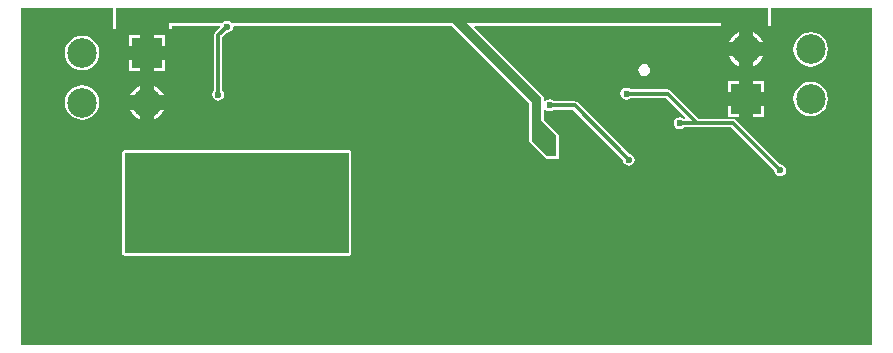
<source format=gbl>
G04*
G04 #@! TF.GenerationSoftware,Altium Limited,Altium Designer,19.1.6 (110)*
G04*
G04 Layer_Physical_Order=2*
G04 Layer_Color=16711680*
%FSLAX43Y43*%
%MOMM*%
G71*
G01*
G75*
%ADD51C,0.300*%
%ADD53C,2.500*%
%ADD54R,2.500X2.500*%
%ADD55C,0.600*%
%ADD56C,1.000*%
G36*
X122245Y50255D02*
X50255D01*
Y78745D01*
X58000D01*
Y77000D01*
X58250D01*
Y78745D01*
X113500D01*
Y77250D01*
X113750D01*
Y78745D01*
X122245D01*
Y50255D01*
D02*
G37*
%LPC*%
G36*
X112200Y76687D02*
Y75850D01*
X113037D01*
X112895Y76115D01*
X112701Y76351D01*
X112465Y76545D01*
X112200Y76687D01*
D02*
G37*
G36*
X111000Y76687D02*
X110735Y76545D01*
X110499Y76351D01*
X110305Y76115D01*
X110163Y75850D01*
X111000D01*
Y75984D01*
Y76687D01*
D02*
G37*
G36*
X62450Y76500D02*
X61500D01*
Y75550D01*
X62450D01*
Y76500D01*
D02*
G37*
G36*
X60300D02*
X59350D01*
Y75550D01*
X60300D01*
Y76500D01*
D02*
G37*
G36*
X113037Y74650D02*
X112200D01*
Y73813D01*
X112465Y73955D01*
X112701Y74149D01*
X112895Y74385D01*
X113037Y74650D01*
D02*
G37*
G36*
X111000D02*
X110163D01*
X110305Y74385D01*
X110499Y74149D01*
X110735Y73955D01*
X111000Y73813D01*
Y74650D01*
D02*
G37*
G36*
X117100Y76713D02*
X116721Y76663D01*
X116369Y76517D01*
X116066Y76284D01*
X115833Y75981D01*
X115687Y75629D01*
X115637Y75250D01*
X115687Y74871D01*
X115833Y74519D01*
X116066Y74216D01*
X116369Y73983D01*
X116721Y73837D01*
X117100Y73787D01*
X117479Y73837D01*
X117831Y73983D01*
X118134Y74216D01*
X118367Y74519D01*
X118513Y74871D01*
X118563Y75250D01*
X118513Y75629D01*
X118367Y75981D01*
X118134Y76284D01*
X117831Y76517D01*
X117479Y76663D01*
X117100Y76713D01*
D02*
G37*
G36*
X55400Y76413D02*
X55021Y76363D01*
X54669Y76217D01*
X54366Y75984D01*
X54133Y75681D01*
X53987Y75329D01*
X53937Y74950D01*
X53987Y74571D01*
X54133Y74219D01*
X54366Y73916D01*
X54669Y73683D01*
X55021Y73537D01*
X55400Y73487D01*
X55779Y73537D01*
X56131Y73683D01*
X56434Y73916D01*
X56667Y74219D01*
X56813Y74571D01*
X56863Y74950D01*
X56813Y75329D01*
X56667Y75681D01*
X56434Y75984D01*
X56131Y76217D01*
X55779Y76363D01*
X55400Y76413D01*
D02*
G37*
G36*
X62450Y74350D02*
X61500D01*
Y73400D01*
X62450D01*
Y74350D01*
D02*
G37*
G36*
X60300D02*
X59350D01*
Y73400D01*
X60300D01*
Y74350D01*
D02*
G37*
G36*
X103000Y74010D02*
X102805Y73971D01*
X102640Y73860D01*
X102529Y73695D01*
X102490Y73500D01*
X102529Y73305D01*
X102640Y73140D01*
X102805Y73029D01*
X103000Y72990D01*
X103195Y73029D01*
X103360Y73140D01*
X103471Y73305D01*
X103510Y73500D01*
X103471Y73695D01*
X103360Y73860D01*
X103195Y73971D01*
X103000Y74010D01*
D02*
G37*
G36*
X113150Y72600D02*
X112200D01*
Y71650D01*
X113150D01*
Y72600D01*
D02*
G37*
G36*
X111000D02*
X110050D01*
Y71650D01*
X111000D01*
Y72600D01*
D02*
G37*
G36*
X61500Y72187D02*
Y71350D01*
X62337D01*
X62195Y71615D01*
X62001Y71851D01*
X61765Y72045D01*
X61500Y72187D01*
D02*
G37*
G36*
X60300Y72187D02*
X60035Y72045D01*
X59799Y71851D01*
X59605Y71615D01*
X59463Y71350D01*
X60300D01*
Y72187D01*
D02*
G37*
G36*
X117100Y72513D02*
X116721Y72463D01*
X116369Y72317D01*
X116066Y72084D01*
X115833Y71781D01*
X115687Y71429D01*
X115637Y71050D01*
X115687Y70671D01*
X115833Y70319D01*
X116066Y70016D01*
X116369Y69783D01*
X116721Y69637D01*
X117100Y69587D01*
X117479Y69637D01*
X117831Y69783D01*
X118134Y70016D01*
X118367Y70319D01*
X118513Y70671D01*
X118563Y71050D01*
X118513Y71429D01*
X118367Y71781D01*
X118134Y72084D01*
X117831Y72317D01*
X117479Y72463D01*
X117100Y72513D01*
D02*
G37*
G36*
X113150Y70450D02*
X112200D01*
Y69500D01*
X113150D01*
Y70450D01*
D02*
G37*
G36*
X111000D02*
X110050D01*
Y69500D01*
X111000D01*
Y70450D01*
D02*
G37*
G36*
X101500Y72010D02*
X101305Y71971D01*
X101140Y71860D01*
X101029Y71695D01*
X100990Y71500D01*
X101029Y71305D01*
X101140Y71140D01*
X101305Y71029D01*
X101500Y70990D01*
X101695Y71029D01*
X101860Y71140D01*
X101863Y71143D01*
X104852D01*
X106490Y69505D01*
X106444Y69379D01*
X106355Y69364D01*
X106195Y69471D01*
X106000Y69510D01*
X105805Y69471D01*
X105640Y69360D01*
X105529Y69195D01*
X105490Y69000D01*
X105529Y68805D01*
X105640Y68640D01*
X105805Y68529D01*
X106000Y68490D01*
X106195Y68529D01*
X106360Y68640D01*
X106363Y68643D01*
X110352D01*
X113991Y65004D01*
X113990Y65000D01*
X114029Y64805D01*
X114140Y64640D01*
X114305Y64529D01*
X114500Y64490D01*
X114695Y64529D01*
X114860Y64640D01*
X114971Y64805D01*
X115010Y65000D01*
X114971Y65195D01*
X114860Y65360D01*
X114695Y65471D01*
X114500Y65510D01*
X114496Y65509D01*
X110752Y69252D01*
X110637Y69330D01*
X110500Y69357D01*
X107648D01*
X105252Y71752D01*
X105137Y71830D01*
X105000Y71857D01*
X101863D01*
X101860Y71860D01*
X101695Y71971D01*
X101500Y72010D01*
D02*
G37*
G36*
X60300Y70150D02*
X59463D01*
X59605Y69885D01*
X59799Y69649D01*
X60035Y69455D01*
X60300Y69313D01*
Y70150D01*
D02*
G37*
G36*
X62337D02*
X61500D01*
Y69313D01*
X61765Y69455D01*
X62001Y69649D01*
X62195Y69885D01*
X62337Y70150D01*
D02*
G37*
G36*
X55400Y72213D02*
X55021Y72163D01*
X54669Y72017D01*
X54366Y71784D01*
X54133Y71481D01*
X53987Y71129D01*
X53937Y70750D01*
X53987Y70371D01*
X54133Y70019D01*
X54366Y69716D01*
X54669Y69483D01*
X55021Y69337D01*
X55400Y69287D01*
X55779Y69337D01*
X56131Y69483D01*
X56434Y69716D01*
X56667Y70019D01*
X56813Y70371D01*
X56863Y70750D01*
X56813Y71129D01*
X56667Y71481D01*
X56434Y71784D01*
X56131Y72017D01*
X55779Y72163D01*
X55400Y72213D01*
D02*
G37*
G36*
X67675Y77685D02*
X67480Y77646D01*
X67315Y77535D01*
X67291Y77500D01*
X62750D01*
Y77000D01*
X63000D01*
Y77250D01*
X67066D01*
X67118Y77123D01*
X66673Y76677D01*
X66595Y76562D01*
X66568Y76425D01*
Y71788D01*
X66565Y71785D01*
X66454Y71620D01*
X66415Y71425D01*
X66454Y71230D01*
X66565Y71065D01*
X66730Y70954D01*
X66925Y70915D01*
X67120Y70954D01*
X67285Y71065D01*
X67396Y71230D01*
X67435Y71425D01*
X67396Y71620D01*
X67285Y71785D01*
X67282Y71788D01*
Y76277D01*
X67671Y76666D01*
X67675Y76665D01*
X67870Y76704D01*
X68035Y76815D01*
X68146Y76980D01*
X68185Y77175D01*
X68246Y77250D01*
X86750D01*
X93250Y70750D01*
Y67500D01*
X93250D01*
X94750Y66000D01*
X95750D01*
Y68000D01*
X94500Y69250D01*
Y70120D01*
X94627Y70158D01*
X94640Y70140D01*
X94805Y70029D01*
X95000Y69990D01*
X95195Y70029D01*
X95360Y70140D01*
X95363Y70143D01*
X96952D01*
X101191Y65904D01*
X101190Y65900D01*
X101229Y65705D01*
X101340Y65540D01*
X101505Y65429D01*
X101700Y65390D01*
X101895Y65429D01*
X102060Y65540D01*
X102171Y65705D01*
X102210Y65900D01*
X102171Y66095D01*
X102060Y66260D01*
X101895Y66371D01*
X101700Y66410D01*
X101696Y66409D01*
X97352Y70752D01*
X97237Y70830D01*
X97100Y70857D01*
X95363D01*
X95360Y70860D01*
X95195Y70971D01*
X95000Y71010D01*
X94805Y70971D01*
X94640Y70860D01*
X94627Y70842D01*
X94500Y70880D01*
Y71250D01*
X88627Y77123D01*
X88680Y77250D01*
X109500D01*
Y77500D01*
X88000D01*
X94250Y71250D01*
Y69250D01*
X95500Y68000D01*
Y66250D01*
X94750D01*
X93500Y67500D01*
Y70750D01*
X89500Y74750D01*
X89250Y75000D01*
X86750Y77500D01*
X68059D01*
X68035Y77535D01*
X67870Y77646D01*
X67675Y77685D01*
D02*
G37*
G36*
X78000Y66704D02*
X59000D01*
X58922Y66688D01*
X58856Y66644D01*
X58812Y66578D01*
X58796Y66500D01*
Y58000D01*
X58812Y57922D01*
X58856Y57856D01*
X58922Y57812D01*
X59000Y57796D01*
X78000D01*
X78078Y57812D01*
X78144Y57856D01*
X78188Y57922D01*
X78204Y58000D01*
Y66500D01*
X78188Y66578D01*
X78144Y66644D01*
X78078Y66688D01*
X78000Y66704D01*
D02*
G37*
%LPD*%
G36*
Y58000D02*
X59000D01*
Y66500D01*
X78000D01*
Y58000D01*
D02*
G37*
D51*
X107500Y69000D02*
X110500D01*
X106000D02*
X107500D01*
X105000Y71500D02*
X107500Y69000D01*
X101500Y71500D02*
X105000D01*
X110500Y69000D02*
X114500Y65000D01*
X97100Y70500D02*
X101700Y65900D01*
X95000Y70500D02*
X97100D01*
X66925Y76425D02*
X67675Y77175D01*
X66925Y71425D02*
Y76425D01*
D53*
X117100Y71050D02*
D03*
X117100Y75250D02*
D03*
X111600D02*
D03*
X55400Y74950D02*
D03*
X55400Y70750D02*
D03*
X60900D02*
D03*
D54*
X111600Y71050D02*
D03*
X60900Y74950D02*
D03*
D55*
X90000Y61500D02*
D03*
X95000Y60000D02*
D03*
X93000D02*
D03*
X91000D02*
D03*
X98000Y62750D02*
D03*
Y63750D02*
D03*
X99000Y62750D02*
D03*
Y63750D02*
D03*
X98000Y64500D02*
D03*
X99000D02*
D03*
X98000Y65250D02*
D03*
X99000D02*
D03*
Y66250D02*
D03*
X98000D02*
D03*
X120000Y66000D02*
D03*
Y64000D02*
D03*
Y62000D02*
D03*
Y60000D02*
D03*
Y58000D02*
D03*
Y56000D02*
D03*
Y54000D02*
D03*
Y52000D02*
D03*
X118000Y64000D02*
D03*
Y62000D02*
D03*
Y60000D02*
D03*
Y58000D02*
D03*
Y56000D02*
D03*
Y54000D02*
D03*
Y52000D02*
D03*
X116000Y54000D02*
D03*
Y52000D02*
D03*
X114000D02*
D03*
X112000D02*
D03*
X110000Y74000D02*
D03*
Y68000D02*
D03*
Y52000D02*
D03*
X108000Y76000D02*
D03*
Y74000D02*
D03*
Y72000D02*
D03*
Y70000D02*
D03*
Y68000D02*
D03*
Y52000D02*
D03*
X106000Y76000D02*
D03*
Y74000D02*
D03*
Y72000D02*
D03*
Y66000D02*
D03*
Y62000D02*
D03*
Y60000D02*
D03*
Y54000D02*
D03*
Y52000D02*
D03*
X104000Y76000D02*
D03*
Y74000D02*
D03*
Y54000D02*
D03*
Y52000D02*
D03*
X102000Y76000D02*
D03*
Y74000D02*
D03*
Y54000D02*
D03*
Y52000D02*
D03*
X100000Y76000D02*
D03*
Y74000D02*
D03*
Y72000D02*
D03*
Y70000D02*
D03*
Y54000D02*
D03*
Y52000D02*
D03*
X98000Y76000D02*
D03*
Y74000D02*
D03*
Y72000D02*
D03*
Y60000D02*
D03*
Y58000D02*
D03*
Y56000D02*
D03*
Y54000D02*
D03*
Y52000D02*
D03*
X96000Y76000D02*
D03*
Y74000D02*
D03*
Y72000D02*
D03*
Y60000D02*
D03*
Y58000D02*
D03*
Y56000D02*
D03*
Y54000D02*
D03*
Y52000D02*
D03*
X94000Y76000D02*
D03*
Y74000D02*
D03*
Y60000D02*
D03*
Y58000D02*
D03*
Y56000D02*
D03*
Y54000D02*
D03*
Y52000D02*
D03*
X92000Y76000D02*
D03*
Y70000D02*
D03*
Y68000D02*
D03*
Y60000D02*
D03*
Y58000D02*
D03*
Y56000D02*
D03*
Y54000D02*
D03*
Y52000D02*
D03*
X90000Y72000D02*
D03*
Y70000D02*
D03*
Y68000D02*
D03*
Y60000D02*
D03*
Y58000D02*
D03*
Y56000D02*
D03*
Y54000D02*
D03*
Y52000D02*
D03*
X88000Y74000D02*
D03*
Y72000D02*
D03*
Y70000D02*
D03*
Y68000D02*
D03*
Y62000D02*
D03*
Y60000D02*
D03*
Y58000D02*
D03*
Y56000D02*
D03*
Y54000D02*
D03*
Y52000D02*
D03*
X86000Y76000D02*
D03*
Y74000D02*
D03*
Y72000D02*
D03*
Y70000D02*
D03*
Y68000D02*
D03*
Y60000D02*
D03*
Y58000D02*
D03*
Y56000D02*
D03*
Y54000D02*
D03*
Y52000D02*
D03*
X84000Y76000D02*
D03*
Y74000D02*
D03*
Y72000D02*
D03*
Y70000D02*
D03*
Y68000D02*
D03*
Y58000D02*
D03*
X82000Y76000D02*
D03*
Y74000D02*
D03*
Y72000D02*
D03*
Y70000D02*
D03*
Y68000D02*
D03*
Y58000D02*
D03*
X80000Y76000D02*
D03*
Y74000D02*
D03*
Y72000D02*
D03*
Y70000D02*
D03*
Y68000D02*
D03*
Y58000D02*
D03*
Y56000D02*
D03*
Y54000D02*
D03*
Y52000D02*
D03*
X78000Y76000D02*
D03*
Y74000D02*
D03*
Y72000D02*
D03*
Y70000D02*
D03*
Y56000D02*
D03*
Y54000D02*
D03*
Y52000D02*
D03*
X76000Y76000D02*
D03*
Y74000D02*
D03*
Y72000D02*
D03*
Y70000D02*
D03*
Y56000D02*
D03*
Y54000D02*
D03*
Y52000D02*
D03*
X74000Y76000D02*
D03*
Y74000D02*
D03*
Y72000D02*
D03*
Y54000D02*
D03*
X72000Y76000D02*
D03*
Y74000D02*
D03*
Y72000D02*
D03*
Y54000D02*
D03*
X70000Y76000D02*
D03*
Y74000D02*
D03*
Y72000D02*
D03*
Y70000D02*
D03*
Y68000D02*
D03*
Y54000D02*
D03*
Y52000D02*
D03*
X68000Y76000D02*
D03*
Y74000D02*
D03*
Y72000D02*
D03*
Y70000D02*
D03*
Y68000D02*
D03*
Y54000D02*
D03*
Y52000D02*
D03*
X66000Y76000D02*
D03*
Y74000D02*
D03*
Y72000D02*
D03*
Y54000D02*
D03*
Y52000D02*
D03*
X64000Y76000D02*
D03*
Y74000D02*
D03*
Y72000D02*
D03*
Y54000D02*
D03*
X62000Y56000D02*
D03*
Y54000D02*
D03*
Y52000D02*
D03*
X60000Y56000D02*
D03*
Y54000D02*
D03*
Y52000D02*
D03*
X58000Y64000D02*
D03*
Y62000D02*
D03*
Y60000D02*
D03*
Y58000D02*
D03*
Y56000D02*
D03*
Y54000D02*
D03*
Y52000D02*
D03*
X56000Y60000D02*
D03*
Y58000D02*
D03*
Y56000D02*
D03*
Y54000D02*
D03*
Y52000D02*
D03*
X54000Y64000D02*
D03*
Y62000D02*
D03*
Y60000D02*
D03*
Y58000D02*
D03*
Y56000D02*
D03*
Y54000D02*
D03*
Y52000D02*
D03*
X52000Y76000D02*
D03*
Y74000D02*
D03*
Y72000D02*
D03*
Y70000D02*
D03*
Y68000D02*
D03*
Y66000D02*
D03*
Y64000D02*
D03*
Y62000D02*
D03*
Y60000D02*
D03*
Y58000D02*
D03*
Y56000D02*
D03*
Y54000D02*
D03*
Y52000D02*
D03*
X95000Y67500D02*
D03*
X95000Y66750D02*
D03*
X108500Y66750D02*
D03*
X114500Y65000D02*
D03*
X106000Y69000D02*
D03*
X106500Y67500D02*
D03*
Y64500D02*
D03*
X101700Y65900D02*
D03*
X95000Y70500D02*
D03*
X101500Y71500D02*
D03*
X108500Y66000D02*
D03*
Y65250D02*
D03*
Y64500D02*
D03*
Y63750D02*
D03*
Y63000D02*
D03*
Y62250D02*
D03*
Y61500D02*
D03*
X67675Y77175D02*
D03*
X66925Y71425D02*
D03*
X74500Y59500D02*
D03*
X76000D02*
D03*
X77500D02*
D03*
Y61000D02*
D03*
Y62500D02*
D03*
Y64000D02*
D03*
X76000D02*
D03*
X74500D02*
D03*
X73500D02*
D03*
X71500Y59000D02*
D03*
X70000D02*
D03*
Y60500D02*
D03*
X68500D02*
D03*
Y59000D02*
D03*
X67000D02*
D03*
Y60500D02*
D03*
X65500D02*
D03*
Y59000D02*
D03*
X70000Y61500D02*
D03*
X69000D02*
D03*
X68000D02*
D03*
X69700Y62800D02*
D03*
X68300D02*
D03*
X69000Y63500D02*
D03*
X69700Y64200D02*
D03*
X68300D02*
D03*
X70000Y65500D02*
D03*
X69000D02*
D03*
X68000D02*
D03*
X60000Y63500D02*
D03*
Y62500D02*
D03*
Y59500D02*
D03*
Y60500D02*
D03*
Y61500D02*
D03*
D56*
X111600Y75250D02*
X111600Y75250D01*
X111500Y75150D02*
X111600Y75250D01*
M02*

</source>
